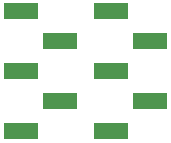
<source format=gbs>
G04 #@! TF.FileFunction,Soldermask,Bot*
%FSLAX46Y46*%
G04 Gerber Fmt 4.6, Leading zero omitted, Abs format (unit mm)*
G04 Created by KiCad (PCBNEW 4.0.7-e2-6376~58~ubuntu16.04.1) date Sat Jan 13 09:41:55 2018*
%MOMM*%
%LPD*%
G01*
G04 APERTURE LIST*
%ADD10C,0.100000*%
%ADD11R,2.910000X1.400000*%
G04 APERTURE END LIST*
D10*
D11*
X133358000Y-102616000D03*
X133358000Y-107696000D03*
X130048000Y-100076000D03*
X130048000Y-105156000D03*
X130048000Y-110236000D03*
X140970000Y-102591000D03*
X140970000Y-107671000D03*
X137660000Y-100051000D03*
X137660000Y-105131000D03*
X137660000Y-110211000D03*
M02*

</source>
